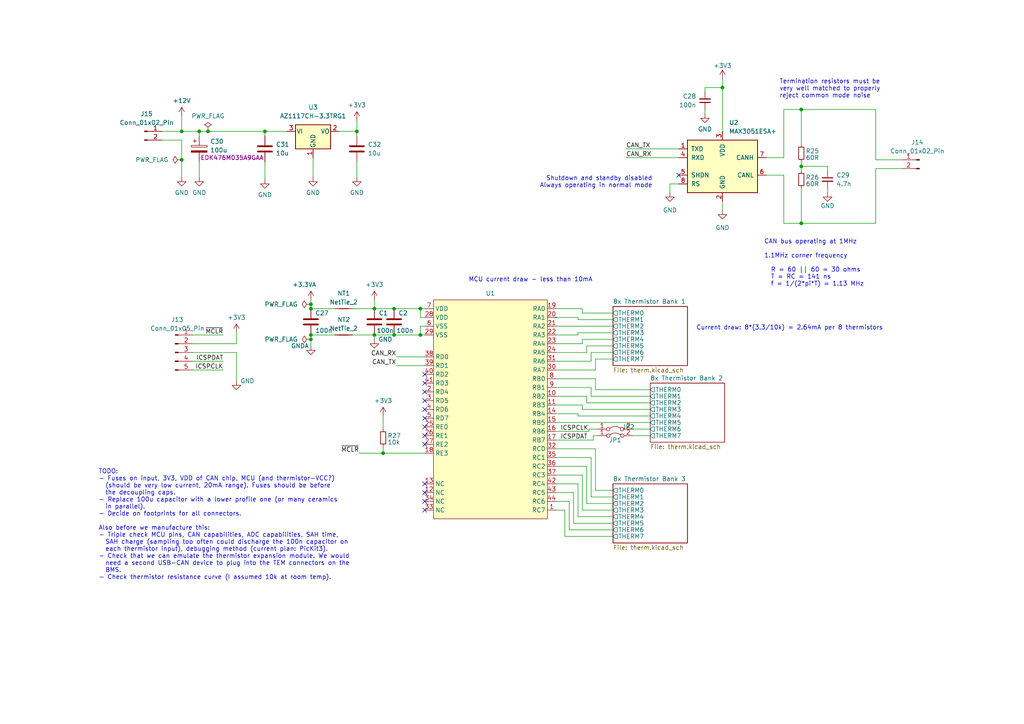
<source format=kicad_sch>
(kicad_sch (version 20230121) (generator eeschema)
  (paper "A4")
  (lib_symbols
    (symbol "Connector:Conn_01x02_Pin" (pin_names (offset 1.016) hide)
      (property "Reference" "J" (at 0 2.54 0))
      (property "Value" "Conn_01x02_Pin" (at 0 -5.08 0))
      (symbol "Conn_01x02_Pin_1_1"
        (polyline (pts (xy 1.27 -2.54) (xy 0.8636 -2.54)) (stroke (width 0.1524)))
        (polyline (pts (xy 1.27 0) (xy 0.8636 0)) (stroke (width 0.1524)))
        (rectangle (start 0.8636 -2.413) (end 0 -2.667) (stroke (width 0.1524)) (fill (type outline)))
        (rectangle (start 0.8636 0.127) (end 0 -0.127) (stroke (width 0.1524)) (fill (type outline)))
        (pin passive line (at 5.08 0 180) (length 3.81) (name "Pin_1") (number "1"))
        (pin passive line (at 5.08 -2.54 180) (length 3.81) (name "Pin_2") (number "2"))
      )
    )
    (symbol "Connector:Conn_01x05_Pin" (pin_names (offset 1.016) hide)
      (property "Reference" "J" (at 0 7.62 0))
      (property "Value" "Conn_01x05_Pin" (at 0 -7.62 0))
      (symbol "Conn_01x05_Pin_1_1"
        (polyline (pts (xy 1.27 -5.08) (xy 0.8636 -5.08)) (stroke (width 0.1524)))
        (polyline (pts (xy 1.27 -2.54) (xy 0.8636 -2.54)) (stroke (width 0.1524)))
        (polyline (pts (xy 1.27 0) (xy 0.8636 0)) (stroke (width 0.1524)))
        (polyline (pts (xy 1.27 2.54) (xy 0.8636 2.54)) (stroke (width 0.1524)))
        (polyline (pts (xy 1.27 5.08) (xy 0.8636 5.08)) (stroke (width 0.1524)))
        (rectangle (start 0.8636 -4.953) (end 0 -5.207) (stroke (width 0.1524)) (fill (type outline)))
        (rectangle (start 0.8636 -2.413) (end 0 -2.667) (stroke (width 0.1524)) (fill (type outline)))
        (rectangle (start 0.8636 0.127) (end 0 -0.127) (stroke (width 0.1524)) (fill (type outline)))
        (rectangle (start 0.8636 2.667) (end 0 2.413) (stroke (width 0.1524)) (fill (type outline)))
        (rectangle (start 0.8636 5.207) (end 0 4.953) (stroke (width 0.1524)) (fill (type outline)))
        (pin passive line (at 5.08 5.08 180) (length 3.81) (name "Pin_1") (number "1"))
        (pin passive line (at 5.08 2.54 180) (length 3.81) (name "Pin_2") (number "2"))
        (pin passive line (at 5.08 0 180) (length 3.81) (name "Pin_3") (number "3"))
        (pin passive line (at 5.08 -2.54 180) (length 3.81) (name "Pin_4") (number "4"))
        (pin passive line (at 5.08 -5.08 180) (length 3.81) (name "Pin_5") (number "5"))
      )
    )
    (symbol "Device:C" (pin_numbers hide) (pin_names (offset 0.254))
      (property "Reference" "C" (at 0.635 2.54 0))
      (property "Value" "C" (at 0.635 -2.54 0))
      (symbol "C_0_1"
        (polyline (pts (xy -2.032 -0.762) (xy 2.032 -0.762)) (stroke (width 0.508)))
        (polyline (pts (xy -2.032 0.762) (xy 2.032 0.762)) (stroke (width 0.508)))
      )
      (symbol "C_1_1"
        (pin passive line (at 0 3.81 270) (length 2.794) (name "~") (number "1"))
        (pin passive line (at 0 -3.81 90) (length 2.794) (name "~") (number "2"))
      )
    )
    (symbol "Device:C_Polarized" (pin_numbers hide) (pin_names (offset 0.254))
      (property "Reference" "C" (at 0.635 2.54 0))
      (property "Value" "C_Polarized" (at 0.635 -2.54 0))
      (symbol "C_Polarized_0_1"
        (rectangle (start -2.286 0.508) (end 2.286 1.016))
        (polyline (pts (xy -1.778 2.286) (xy -0.762 2.286)))
        (polyline (pts (xy -1.27 2.794) (xy -1.27 1.778)))
        (rectangle (start 2.286 -0.508) (end -2.286 -1.016) (fill (type outline)))
      )
      (symbol "C_Polarized_1_1"
        (pin passive line (at 0 3.81 270) (length 2.794) (name "~") (number "1"))
        (pin passive line (at 0 -3.81 90) (length 2.794) (name "~") (number "2"))
      )
    )
    (symbol "Device:C_Small" (pin_numbers hide) (pin_names (offset 0.254) hide)
      (property "Reference" "C" (at 0.254 1.778 0))
      (property "Value" "C_Small" (at 0.254 -2.032 0))
      (symbol "C_Small_0_1"
        (polyline (pts (xy -1.524 -0.508) (xy 1.524 -0.508)) (stroke (width 0.3302)))
        (polyline (pts (xy -1.524 0.508) (xy 1.524 0.508)) (stroke (width 0.3048)))
      )
      (symbol "C_Small_1_1"
        (pin passive line (at 0 2.54 270) (length 2.032) (name "~") (number "1"))
        (pin passive line (at 0 -2.54 90) (length 2.032) (name "~") (number "2"))
      )
    )
    (symbol "Device:NetTie_2" (pin_numbers hide) (pin_names (offset 0) hide) (in_bom no)
      (property "Reference" "NT" (at 0 1.27 0))
      (property "Value" "NetTie_2" (at 0 -1.27 0))
      (symbol "NetTie_2_0_1"
        (polyline (pts (xy -1.27 0) (xy 1.27 0)) (stroke (width 0.254)))
      )
      (symbol "NetTie_2_1_1"
        (pin passive line (at -2.54 0 0) (length 2.54) (name "1") (number "1"))
        (pin passive line (at 2.54 0 180) (length 2.54) (name "2") (number "2"))
      )
    )
    (symbol "Device:R_Small" (pin_numbers hide) (pin_names (offset 0.254) hide)
      (property "Reference" "R" (at 0.762 0.508 0))
      (property "Value" "R_Small" (at 0.762 -1.016 0))
      (symbol "R_Small_0_1"
        (rectangle (start -0.762 1.778) (end 0.762 -1.778) (stroke (width 0.2032)))
      )
      (symbol "R_Small_1_1"
        (pin passive line (at 0 2.54 270) (length 0.762) (name "~") (number "1"))
        (pin passive line (at 0 -2.54 90) (length 0.762) (name "~") (number "2"))
      )
    )
    (symbol "Interface_UART:MAX3051" (pin_names (offset 1.016))
      (property "Reference" "U" (at -10.16 8.89 0))
      (property "Value" "MAX3051" (at 2.54 8.89 0))
      (symbol "MAX3051_0_1"
        (rectangle (start -10.16 7.62) (end 10.16 -7.62) (stroke (width 0.254)) (fill (type background)))
      )
      (symbol "MAX3051_1_1"
        (pin input line (at -12.7 5.08 0) (length 2.54) (name "TXD") (number "1"))
        (pin power_in line (at 0 -10.16 90) (length 2.54) (name "GND") (number "2"))
        (pin power_in line (at 0 10.16 270) (length 2.54) (name "VDD") (number "3"))
        (pin output line (at -12.7 2.54 0) (length 2.54) (name "RXD") (number "4"))
        (pin input line (at -12.7 -2.54 0) (length 2.54) (name "SHDN") (number "5"))
        (pin bidirectional line (at 12.7 -2.54 180) (length 2.54) (name "CANL") (number "6"))
        (pin bidirectional line (at 12.7 2.54 180) (length 2.54) (name "CANH") (number "7"))
        (pin input line (at -12.7 -5.08 0) (length 2.54) (name "RS") (number "8"))
      )
    )
    (symbol "Jumper:Jumper_2_Bridged" (pin_names (offset 0) hide)
      (property "Reference" "JP" (at 0 1.905 0))
      (property "Value" "Jumper_2_Bridged" (at 0 -2.54 0))
      (symbol "Jumper_2_Bridged_0_0"
        (circle (center -2.032 0) (radius 0.508))
        (circle (center 2.032 0) (radius 0.508))
      )
      (symbol "Jumper_2_Bridged_0_1"
        (arc (start 1.524 0.254) (mid 0 0.762) (end -1.524 0.254))
      )
      (symbol "Jumper_2_Bridged_1_1"
        (pin passive line (at -5.08 0 0) (length 2.54) (name "A") (number "1"))
        (pin passive line (at 5.08 0 180) (length 2.54) (name "B") (number "2"))
      )
    )
    (symbol "Regulator_Linear:AZ1117-3.3" (pin_names (offset 0.254))
      (property "Reference" "U" (at -3.81 3.175 0))
      (property "Value" "AZ1117-3.3" (at 0 3.175 0))
      (symbol "AZ1117-3.3_0_1"
        (rectangle (start -5.08 1.905) (end 5.08 -5.08) (stroke (width 0.254)) (fill (type background)))
      )
      (symbol "AZ1117-3.3_1_1"
        (pin power_in line (at 0 -7.62 90) (length 2.54) (name "GND") (number "1"))
        (pin power_out line (at 7.62 0 180) (length 2.54) (name "VO") (number "2"))
        (pin power_in line (at -7.62 0 0) (length 2.54) (name "VI") (number "3"))
      )
    )
    (symbol "SUFST:PIC18F47Q84-I/PT"
      (property "Reference" "U" (at -19.05 26.67 0))
      (symbol "PIC18F47Q84-I/PT_0_0"
        (pin bidirectional line (at -19.05 -29.21 0) (length 2.54) (name "RC7") (number "1"))
        (pin bidirectional line (at -19.05 3.81 0) (length 2.54) (name "RB2") (number "10"))
        (pin bidirectional line (at -19.05 1.27 0) (length 2.54) (name "RB3") (number "11"))
        (pin passive line (at 19.05 -24.13 180) (length 2.54) (name "NC") (number "12"))
        (pin passive line (at 19.05 -21.59 180) (length 2.54) (name "NC") (number "13"))
        (pin bidirectional line (at -19.05 -1.27 0) (length 2.54) (name "RB4") (number "14"))
        (pin bidirectional line (at -19.05 -3.81 0) (length 2.54) (name "RB5") (number "15"))
        (pin bidirectional line (at -19.05 -6.35 0) (length 2.54) (name "RB6") (number "16"))
        (pin bidirectional line (at -19.05 -8.89 0) (length 2.54) (name "RB7") (number "17"))
        (pin bidirectional line (at 19.05 -12.7 180) (length 2.54) (name "RE3") (number "18"))
        (pin bidirectional line (at -19.05 29.21 0) (length 2.54) (name "RA0") (number "19"))
        (pin bidirectional line (at 19.05 5.08 180) (length 2.54) (name "RD4") (number "2"))
        (pin bidirectional line (at -19.05 26.67 0) (length 2.54) (name "RA1") (number "20"))
        (pin bidirectional line (at -19.05 24.13 0) (length 2.54) (name "RA2") (number "21"))
        (pin bidirectional line (at -19.05 21.59 0) (length 2.54) (name "RA3") (number "22"))
        (pin bidirectional line (at -19.05 19.05 0) (length 2.54) (name "RA4") (number "23"))
        (pin bidirectional line (at -19.05 16.51 0) (length 2.54) (name "RA5") (number "24"))
        (pin bidirectional line (at 19.05 -5.08 180) (length 2.54) (name "RE0") (number "25"))
        (pin bidirectional line (at 19.05 -7.62 180) (length 2.54) (name "RE1") (number "26"))
        (pin bidirectional line (at 19.05 -10.16 180) (length 2.54) (name "RE2") (number "27"))
        (pin power_in line (at 19.05 26.67 180) (length 2.54) (name "VDD") (number "28"))
        (pin power_in line (at 19.05 21.59 180) (length 2.54) (name "VSS") (number "29"))
        (pin bidirectional line (at 19.05 2.54 180) (length 2.54) (name "RD5") (number "3"))
        (pin bidirectional line (at -19.05 11.43 0) (length 2.54) (name "RA7") (number "30"))
        (pin bidirectional line (at -19.05 13.97 0) (length 2.54) (name "RA6") (number "31"))
        (pin bidirectional line (at -19.05 -11.43 0) (length 2.54) (name "RC0") (number "32"))
        (pin passive line (at 19.05 -29.21 180) (length 2.54) (name "NC") (number "33"))
        (pin passive line (at 19.05 -26.67 180) (length 2.54) (name "NC") (number "34"))
        (pin bidirectional line (at -19.05 -13.97 0) (length 2.54) (name "RC1") (number "35"))
        (pin bidirectional line (at -19.05 -16.51 0) (length 2.54) (name "RC2") (number "36"))
        (pin bidirectional line (at -19.05 -19.05 0) (length 2.54) (name "RC3") (number "37"))
        (pin bidirectional line (at 19.05 15.24 180) (length 2.54) (name "RD0") (number "38"))
        (pin bidirectional line (at 19.05 12.7 180) (length 2.54) (name "RD1") (number "39"))
        (pin bidirectional line (at 19.05 0 180) (length 2.54) (name "RD6") (number "4"))
        (pin bidirectional line (at 19.05 10.16 180) (length 2.54) (name "RD2") (number "40"))
        (pin bidirectional line (at 19.05 7.62 180) (length 2.54) (name "RD3") (number "41"))
        (pin bidirectional line (at -19.05 -21.59 0) (length 2.54) (name "RC4") (number "42"))
        (pin bidirectional line (at -19.05 -24.13 0) (length 2.54) (name "RC5") (number "43"))
        (pin bidirectional line (at -19.05 -26.67 0) (length 2.54) (name "RC6") (number "44"))
        (pin bidirectional line (at 19.05 -2.54 180) (length 2.54) (name "RD7") (number "5"))
        (pin power_in line (at 19.05 24.13 180) (length 2.54) (name "VSS") (number "6"))
        (pin power_in line (at 19.05 29.21 180) (length 2.54) (name "VDD") (number "7"))
        (pin bidirectional line (at -19.05 8.89 0) (length 2.54) (name "RB0") (number "8"))
        (pin bidirectional line (at -19.05 6.35 0) (length 2.54) (name "RB1") (number "9"))
      )
      (symbol "PIC18F47Q84-I/PT_1_1"
        (rectangle (start -16.51 31.75) (end 16.51 -31.75) (fill (type background)))
      )
    )
    (symbol "power:+12V" (power) (pin_names (offset 0))
      (property "Value" "+12V" (at 0 3.556 0))
      (symbol "+12V_0_1"
        (polyline (pts (xy -0.762 1.27) (xy 0 2.54)))
        (polyline (pts (xy 0 0) (xy 0 2.54)))
        (polyline (pts (xy 0 2.54) (xy 0.762 1.27)))
      )
      (symbol "+12V_1_1"
        (pin power_in line (at 0 0 90) (length 0) hide (name "+12V") (number "1"))
      )
    )
    (symbol "power:+3.3VA" (power) (pin_names (offset 0))
      (property "Value" "+3.3VA" (at 0 3.556 0))
      (symbol "+3.3VA_0_1"
        (polyline (pts (xy -0.762 1.27) (xy 0 2.54)))
        (polyline (pts (xy 0 0) (xy 0 2.54)))
        (polyline (pts (xy 0 2.54) (xy 0.762 1.27)))
      )
      (symbol "+3.3VA_1_1"
        (pin power_in line (at 0 0 90) (length 0) hide (name "+3.3VA") (number "1"))
      )
    )
    (symbol "power:+3V3" (power) (pin_names (offset 0))
      (property "Value" "+3V3" (at 0 3.556 0))
      (symbol "+3V3_0_1"
        (polyline (pts (xy -0.762 1.27) (xy 0 2.54)))
        (polyline (pts (xy 0 0) (xy 0 2.54)))
        (polyline (pts (xy 0 2.54) (xy 0.762 1.27)))
      )
      (symbol "+3V3_1_1"
        (pin power_in line (at 0 0 90) (length 0) hide (name "+3V3") (number "1"))
      )
    )
    (symbol "power:GND" (power) (pin_names (offset 0))
      (property "Value" "GND" (at 0 -3.81 0))
      (symbol "GND_0_1"
        (polyline (pts (xy 0 0) (xy 0 -1.27) (xy 1.27 -1.27) (xy 0 -2.54) (xy -1.27 -1.27) (xy 0 -1.27)))
      )
      (symbol "GND_1_1"
        (pin power_in line (at 0 0 270) (length 0) hide (name "GND") (number "1"))
      )
    )
    (symbol "power:GNDA" (power) (pin_names (offset 0))
      (property "Value" "GNDA" (at 0 -3.81 0))
      (symbol "GNDA_0_1"
        (polyline (pts (xy 0 0) (xy 0 -1.27) (xy 1.27 -1.27) (xy 0 -2.54) (xy -1.27 -1.27) (xy 0 -1.27)))
      )
      (symbol "GNDA_1_1"
        (pin power_in line (at 0 0 270) (length 0) hide (name "GNDA") (number "1"))
      )
    )
    (symbol "power:PWR_FLAG" (power) (pin_numbers hide) (pin_names (offset 0) hide)
      (property "Value" "PWR_FLAG" (at 0 3.81 0))
      (symbol "PWR_FLAG_0_0"
        (pin power_out line (at 0 0 90) (length 0) (name "pwr") (number "1"))
      )
      (symbol "PWR_FLAG_0_1"
        (polyline (pts (xy 0 0) (xy 0 1.27) (xy -1.016 1.905) (xy 0 2.54) (xy 1.016 1.905) (xy 0 1.27)))
      )
    )
  )
  (junction (at 103.505 38.1))
  (junction (at 52.705 38.1))
  (junction (at 232.41 64.77))
  (junction (at 209.55 25.4))
  (junction (at 111.125 131.445))
  (junction (at 60.325 38.1))
  (junction (at 232.41 31.75))
  (junction (at 108.585 97.155))
  (junction (at 90.17 89.535))
  (junction (at 114.3 89.535))
  (junction (at 90.17 97.155))
  (junction (at 121.92 97.155))
  (junction (at 57.785 38.1))
  (junction (at 121.92 89.535))
  (junction (at 76.835 38.1))
  (junction (at 232.41 48.26))
  (junction (at 90.17 98.425))
  (junction (at 90.17 88.265))
  (junction (at 108.585 89.535))
  (junction (at 114.3 97.155))
  (junction (at 52.705 46.355))
  (no_connect (at 196.85 50.8))
  (no_connect (at 123.19 126.365))
  (no_connect (at 123.19 108.585))
  (no_connect (at 123.19 118.745))
  (no_connect (at 123.19 142.875))
  (no_connect (at 123.19 113.665))
  (no_connect (at 123.19 128.905))
  (no_connect (at 123.19 145.415))
  (no_connect (at 123.19 147.955))
  (no_connect (at 123.19 121.285))
  (no_connect (at 123.19 123.825))
  (no_connect (at 123.19 116.205))
  (no_connect (at 123.19 111.125))
  (no_connect (at 123.19 140.335))
  (wire (pts (xy 167.64 92.71) (xy 167.64 92.075)))
  (wire (pts (xy 161.29 94.615) (xy 177.8 94.615)))
  (wire (pts (xy 204.47 25.4) (xy 209.55 25.4)))
  (wire (pts (xy 161.29 109.855) (xy 172.72 109.855)))
  (wire (pts (xy 170.18 135.255) (xy 161.29 135.255)))
  (wire (pts (xy 121.92 94.615) (xy 121.92 97.155)))
  (wire (pts (xy 188.595 124.46) (xy 183.515 124.46)))
  (wire (pts (xy 111.125 129.54) (xy 111.125 131.445)))
  (wire (pts (xy 194.31 53.34) (xy 196.85 53.34)))
  (wire (pts (xy 227.33 45.72) (xy 227.33 31.75)))
  (wire (pts (xy 68.58 96.52) (xy 68.58 99.695)))
  (wire (pts (xy 172.72 142.24) (xy 172.72 130.175)))
  (wire (pts (xy 121.92 92.075) (xy 121.92 89.535)))
  (wire (pts (xy 123.19 92.075) (xy 121.92 92.075)))
  (wire (pts (xy 170.18 114.935) (xy 161.29 114.935)))
  (wire (pts (xy 46.99 38.1) (xy 52.705 38.1)))
  (wire (pts (xy 172.72 113.03) (xy 188.595 113.03)))
  (wire (pts (xy 165.1 153.67) (xy 177.8 153.67)))
  (wire (pts (xy 163.83 155.575) (xy 177.8 155.575)))
  (wire (pts (xy 240.03 49.53) (xy 240.03 48.26)))
  (wire (pts (xy 168.91 90.805) (xy 177.8 90.805)))
  (wire (pts (xy 188.595 116.84) (xy 170.18 116.84)))
  (wire (pts (xy 166.37 151.765) (xy 177.8 151.765)))
  (wire (pts (xy 172.72 109.855) (xy 172.72 113.03)))
  (wire (pts (xy 114.3 97.155) (xy 121.92 97.155)))
  (wire (pts (xy 121.92 97.155) (xy 123.19 97.155)))
  (wire (pts (xy 232.41 64.77) (xy 254 64.77)))
  (wire (pts (xy 161.29 132.715) (xy 171.45 132.715)))
  (wire (pts (xy 57.785 38.1) (xy 57.785 39.37)))
  (wire (pts (xy 232.41 46.99) (xy 232.41 48.26)))
  (wire (pts (xy 76.835 38.1) (xy 83.185 38.1)))
  (wire (pts (xy 52.705 46.355) (xy 52.705 51.435)))
  (wire (pts (xy 55.88 104.775) (xy 64.77 104.775)))
  (wire (pts (xy 172.72 107.315) (xy 172.72 104.14)))
  (wire (pts (xy 254 64.77) (xy 254 48.895)))
  (wire (pts (xy 172.085 127.635) (xy 172.085 126.365)))
  (wire (pts (xy 168.91 118.745) (xy 188.595 118.745)))
  (wire (pts (xy 165.1 153.67) (xy 165.1 145.415)))
  (wire (pts (xy 232.41 48.26) (xy 240.03 48.26)))
  (wire (pts (xy 108.585 97.155) (xy 114.3 97.155)))
  (wire (pts (xy 232.41 41.91) (xy 232.41 31.75)))
  (wire (pts (xy 161.29 89.535) (xy 168.91 89.535)))
  (wire (pts (xy 161.29 104.775) (xy 171.45 104.775)))
  (wire (pts (xy 170.815 125.095) (xy 161.29 125.095)))
  (wire (pts (xy 168.91 99.695) (xy 168.91 98.425)))
  (wire (pts (xy 227.33 64.77) (xy 232.41 64.77)))
  (wire (pts (xy 114.935 103.505) (xy 123.19 103.505)))
  (wire (pts (xy 172.085 126.365) (xy 173.355 126.365)))
  (wire (pts (xy 167.64 140.335) (xy 167.64 149.86)))
  (wire (pts (xy 161.29 130.175) (xy 172.72 130.175)))
  (wire (pts (xy 76.835 38.1) (xy 76.835 39.37)))
  (wire (pts (xy 55.88 99.695) (xy 68.58 99.695)))
  (wire (pts (xy 161.29 137.795) (xy 168.91 137.795)))
  (wire (pts (xy 204.47 26.67) (xy 204.47 25.4)))
  (wire (pts (xy 161.29 142.875) (xy 166.37 142.875)))
  (wire (pts (xy 171.45 102.235) (xy 177.8 102.235)))
  (wire (pts (xy 46.99 40.64) (xy 52.705 40.64)))
  (wire (pts (xy 167.64 149.86) (xy 177.8 149.86)))
  (wire (pts (xy 170.18 116.84) (xy 170.18 114.935)))
  (wire (pts (xy 108.585 97.155) (xy 102.235 97.155)))
  (wire (pts (xy 103.505 38.1) (xy 103.505 39.37)))
  (wire (pts (xy 171.45 112.395) (xy 161.29 112.395)))
  (wire (pts (xy 90.17 88.265) (xy 90.17 89.535)))
  (wire (pts (xy 121.92 89.535) (xy 123.19 89.535)))
  (wire (pts (xy 222.25 50.8) (xy 227.33 50.8)))
  (wire (pts (xy 188.595 114.935) (xy 171.45 114.935)))
  (wire (pts (xy 55.88 97.155) (xy 64.77 97.155)))
  (wire (pts (xy 161.29 127.635) (xy 172.085 127.635)))
  (wire (pts (xy 108.585 86.995) (xy 108.585 89.535)))
  (wire (pts (xy 55.88 107.315) (xy 64.77 107.315)))
  (wire (pts (xy 204.47 31.75) (xy 204.47 33.02)))
  (wire (pts (xy 108.585 89.535) (xy 114.3 89.535)))
  (wire (pts (xy 165.1 145.415) (xy 161.29 145.415)))
  (wire (pts (xy 168.91 89.535) (xy 168.91 90.805)))
  (wire (pts (xy 161.29 122.555) (xy 188.595 122.555)))
  (wire (pts (xy 168.91 147.955) (xy 168.91 137.795)))
  (wire (pts (xy 163.83 155.575) (xy 163.83 147.955)))
  (wire (pts (xy 254 31.75) (xy 254 46.355)))
  (wire (pts (xy 232.41 31.75) (xy 254 31.75)))
  (wire (pts (xy 254 46.355) (xy 261.62 46.355)))
  (wire (pts (xy 172.72 104.14) (xy 177.8 104.14)))
  (wire (pts (xy 170.815 124.46) (xy 170.815 125.095)))
  (wire (pts (xy 60.325 38.1) (xy 76.835 38.1)))
  (wire (pts (xy 114.3 89.535) (xy 121.92 89.535)))
  (wire (pts (xy 161.29 97.155) (xy 167.64 97.155)))
  (wire (pts (xy 161.29 92.075) (xy 167.64 92.075)))
  (wire (pts (xy 209.55 58.42) (xy 209.55 60.96)))
  (wire (pts (xy 232.41 48.26) (xy 232.41 49.53)))
  (wire (pts (xy 76.835 46.99) (xy 76.835 52.07)))
  (wire (pts (xy 90.17 98.425) (xy 90.17 100.33)))
  (wire (pts (xy 123.19 94.615) (xy 121.92 94.615)))
  (wire (pts (xy 227.33 50.8) (xy 227.33 64.77)))
  (wire (pts (xy 68.58 102.235) (xy 68.58 110.49)))
  (wire (pts (xy 254 48.895) (xy 261.62 48.895)))
  (wire (pts (xy 181.61 43.18) (xy 196.85 43.18)))
  (wire (pts (xy 168.91 98.425) (xy 177.8 98.425)))
  (wire (pts (xy 111.125 120.65) (xy 111.125 124.46)))
  (wire (pts (xy 172.72 142.24) (xy 177.8 142.24)))
  (wire (pts (xy 97.155 97.155) (xy 90.17 97.155)))
  (wire (pts (xy 170.18 102.235) (xy 170.18 100.33)))
  (wire (pts (xy 167.64 92.71) (xy 177.8 92.71)))
  (wire (pts (xy 161.29 99.695) (xy 168.91 99.695)))
  (wire (pts (xy 90.805 45.72) (xy 90.805 51.435)))
  (wire (pts (xy 90.17 97.155) (xy 90.17 98.425)))
  (wire (pts (xy 55.88 102.235) (xy 68.58 102.235)))
  (wire (pts (xy 232.41 54.61) (xy 232.41 64.77)))
  (wire (pts (xy 161.29 102.235) (xy 170.18 102.235)))
  (wire (pts (xy 170.18 146.05) (xy 170.18 135.255)))
  (wire (pts (xy 170.18 146.05) (xy 177.8 146.05)))
  (wire (pts (xy 171.45 114.935) (xy 171.45 112.395)))
  (wire (pts (xy 161.29 140.335) (xy 167.64 140.335)))
  (wire (pts (xy 103.505 34.925) (xy 103.505 38.1)))
  (wire (pts (xy 52.705 38.1) (xy 57.785 38.1)))
  (wire (pts (xy 104.14 131.445) (xy 111.125 131.445)))
  (wire (pts (xy 161.29 107.315) (xy 172.72 107.315)))
  (wire (pts (xy 188.595 120.65) (xy 167.64 120.65)))
  (wire (pts (xy 181.61 45.72) (xy 196.85 45.72)))
  (wire (pts (xy 161.29 117.475) (xy 168.91 117.475)))
  (wire (pts (xy 171.45 104.775) (xy 171.45 102.235)))
  (wire (pts (xy 194.31 55.88) (xy 194.31 53.34)))
  (wire (pts (xy 111.125 131.445) (xy 123.19 131.445)))
  (wire (pts (xy 240.03 54.61) (xy 240.03 55.88)))
  (wire (pts (xy 102.235 89.535) (xy 108.585 89.535)))
  (wire (pts (xy 173.355 124.46) (xy 170.815 124.46)))
  (wire (pts (xy 52.705 33.655) (xy 52.705 38.1)))
  (wire (pts (xy 222.25 45.72) (xy 227.33 45.72)))
  (wire (pts (xy 103.505 46.99) (xy 103.505 51.435)))
  (wire (pts (xy 57.785 46.99) (xy 57.785 51.435)))
  (wire (pts (xy 167.64 97.155) (xy 167.64 96.52)))
  (wire (pts (xy 161.29 147.955) (xy 163.83 147.955)))
  (wire (pts (xy 114.935 106.045) (xy 123.19 106.045)))
  (wire (pts (xy 170.18 100.33) (xy 177.8 100.33)))
  (wire (pts (xy 166.37 142.875) (xy 166.37 151.765)))
  (wire (pts (xy 171.45 132.715) (xy 171.45 144.145)))
  (wire (pts (xy 167.64 96.52) (xy 177.8 96.52)))
  (wire (pts (xy 90.17 86.995) (xy 90.17 88.265)))
  (wire (pts (xy 90.17 89.535) (xy 97.155 89.535)))
  (wire (pts (xy 227.33 31.75) (xy 232.41 31.75)))
  (wire (pts (xy 183.515 126.365) (xy 188.595 126.365)))
  (wire (pts (xy 168.91 117.475) (xy 168.91 118.745)))
  (wire (pts (xy 171.45 144.145) (xy 177.8 144.145)))
  (wire (pts (xy 52.705 40.64) (xy 52.705 46.355)))
  (wire (pts (xy 108.585 97.155) (xy 108.585 98.425)))
  (wire (pts (xy 98.425 38.1) (xy 103.505 38.1)))
  (wire (pts (xy 167.64 120.65) (xy 167.64 120.015)))
  (wire (pts (xy 177.8 147.955) (xy 168.91 147.955)))
  (wire (pts (xy 209.55 25.4) (xy 209.55 38.1)))
  (wire (pts (xy 57.785 38.1) (xy 60.325 38.1)))
  (wire (pts (xy 167.64 120.015) (xy 161.29 120.015)))
  (wire (pts (xy 209.55 22.86) (xy 209.55 25.4)))
  (text "MCU current draw - less than 10mA" (at 135.89 81.915 0) (effects (font (size 1.27 1.27)) (justify left bottom)))
  (text "Shutdown and standby disabled\nAlways operating in normal mode" (at 189.23 54.61 0) (effects (font (size 1.27 1.27)) (justify right bottom)))
  (text "Current draw: 8*(3.3/10k) = 2.64mA per 8 thermistors" (at 201.93 95.885 0) (effects (font (size 1.27 1.27)) (justify left bottom)))
  (text "TODO:\n- Fuses on input, 3V3, VDD of CAN chip, MCU (and thermistor-VCC?)\n  (should be very low current, 20mA range). Fuses should be before\n  the decoupling caps.\n- Replace 100u capacitor with a lower profile one (or many ceramics\n  in parallel).\n- Decide on footprints for all connectors.\n\nAlso before we manufacture this:\n- Triple check MCU pins, CAN capabilities, ADC capabilities, SAH time,\n  SAH charge (sampling too often could discharge the 100n capacitor on\n  each thermistor input), debugging method (current plan: PicKit3).\n- Check that we can emulate the thermistor expansion module. We would\n  need a second USB-CAN device to plug into the TEM connectors on the\n  BMS.\n- Check thermistor resistance curve (I assumed 10k at room temp)." (at 28.575 168.275 0) (effects (font (size 1.27 1.27)) (justify left bottom)))
  (text "CAN bus operating at 1MHz\n\n1.1MHz corner frequency\n\n  R = 60 || 60 = 30 ohms\n  T = RC = 141 ns\n  f = 1/(2*pi*T) = 1.13 MHz\n" (at 221.615 83.185 0) (effects (font (size 1.27 1.27)) (justify left bottom)))
  (text "Termination resistors must be \nvery well matched to properly \nreject common mode noise" (at 226.06 28.575 0) (effects (font (size 1.27 1.27)) (justify left bottom)))
  (label "CAN_RX" (at 181.61 45.72 0))
  (label "ICSPDAT" (at 162.56 127.635 0))
  (label "~{MCLR}" (at 64.77 97.155 180))
  (label "CAN_RX" (at 114.935 103.505 180))
  (label "CAN_TX" (at 181.61 43.18 0))
  (label "ICSPDAT" (at 64.77 104.775 180))
  (label "~{MCLR}" (at 104.14 131.445 180))
  (label "ICSPCLK" (at 64.77 107.315 180))
  (label "CAN_TX" (at 114.935 106.045 180))
  (label "ICSPCLK" (at 162.56 125.095 0))
  (symbol (lib_id "Device:R_Small") (at 232.41 44.45 180) (unit 1)
    (property "Reference" "R25" (at 233.68 43.815 0) (effects (justify right)))
    (property "Value" "60R" (at 233.68 45.72 0) (effects (justify right)))
    (property "Footprint" "Resistor_SMD:R_0805_2012Metric_Pad1.20x1.40mm_HandSolder" (effects hide))
    (property "Datasheet" "https://www.mouser.co.uk/datasheet/2/427/dcrcwife3-1761849.pdf" (effects hide))
    (property "Optional" "True" (effects hide))
    (property "Supplier" "Mouser" (effects hide))
  )
  (symbol (lib_id "Device:C") (at 108.585 93.345 0) (unit 1)
    (property "Reference" "C1" (at 109.855 90.805 0) (effects (justify left)))
    (property "Value" "100n" (at 109.22 95.885 0) (effects (justify left)))
    (property "Footprint" "Capacitor_SMD:C_0805_2012Metric_Pad1.18x1.45mm_HandSolder" (effects hide))
  )
  (symbol (lib_id "power:+3V3") (at 68.58 96.52 0) (unit 1)
    (property "Reference" "#PWR066" (effects hide))
    (property "Value" "+3V3" (at 68.58 92.075 0))
  )
  (symbol (lib_id "Device:NetTie_2") (at 99.695 97.155 0) (unit 1) (in_bom no)
    (property "Reference" "NT2" (at 99.695 92.71 0))
    (property "Value" "NetTie_2" (at 99.695 95.25 0))
    (property "Footprint" "Resistor_SMD:R_0805_2012Metric_Pad1.20x1.40mm_HandSolder" (effects hide))
  )
  (symbol (lib_id "power:PWR_FLAG") (at 52.705 46.355 90) (unit 1)
    (property "Reference" "#FLG03" (effects hide))
    (property "Value" "PWR_FLAG" (at 48.895 46.355 90) (effects (justify left)))
  )
  (symbol (lib_id "power:GND") (at 240.03 55.88 0) (unit 1)
    (property "Reference" "#PWR071" (effects hide))
    (property "Value" "GND" (at 240.03 59.69 0))
  )
  (symbol (lib_id "power:+3V3") (at 108.585 86.995 0) (unit 1)
    (property "Reference" "#PWR01" (effects hide))
    (property "Value" "+3V3" (at 108.585 82.55 0))
  )
  (symbol (lib_id "power:GND") (at 103.505 51.435 0) (unit 1)
    (property "Reference" "#PWR077" (effects hide))
    (property "Value" "GND" (at 103.505 55.88 0))
  )
  (symbol (lib_id "power:GND") (at 108.585 98.425 0) (unit 1)
    (property "Reference" "#PWR02" (effects hide))
    (property "Value" "GND" (at 111.76 98.425 0))
  )
  (symbol (lib_id "power:PWR_FLAG") (at 90.17 98.425 90) (unit 1)
    (property "Reference" "#FLG05" (effects hide))
    (property "Value" "PWR_FLAG" (at 86.36 98.425 90) (effects (justify left)))
  )
  (symbol (lib_id "power:+12V") (at 52.705 33.655 0) (unit 1)
    (property "Reference" "#PWR073" (effects hide))
    (property "Value" "+12V" (at 52.705 29.21 0))
  )
  (symbol (lib_id "Device:C") (at 103.505 43.18 0) (unit 1)
    (property "Reference" "C32" (at 106.68 41.91 0) (effects (justify left)))
    (property "Value" "10u" (at 106.68 44.45 0) (effects (justify left)))
    (property "Footprint" "Capacitor_SMD:C_0805_2012Metric_Pad1.18x1.45mm_HandSolder" (effects hide))
  )
  (symbol (lib_id "power:+3V3") (at 103.505 34.925 0) (unit 1)
    (property "Reference" "#PWR078" (effects hide))
    (property "Value" "+3V3" (at 103.505 30.48 0))
  )
  (symbol (lib_id "power:GND") (at 209.55 60.96 0) (unit 1)
    (property "Reference" "#PWR070" (effects hide))
    (property "Value" "GND" (at 209.55 66.04 0))
  )
  (symbol (lib_id "Regulator_Linear:AZ1117-3.3") (at 90.805 38.1 0) (unit 1)
    (property "Reference" "U3" (at 90.805 31.115 0))
    (property "Value" "AZ1117CH-3.3TRG1" (at 90.805 33.655 0))
    (property "Footprint" "Package_TO_SOT_SMD:SOT-223-3_TabPin2" (effects hide))
  )
  (symbol (lib_id "Device:C") (at 90.17 93.345 0) (unit 1)
    (property "Reference" "C27" (at 91.44 90.805 0) (effects (justify left)))
    (property "Value" "100n" (at 91.44 95.885 0) (effects (justify left)))
    (property "Footprint" "Capacitor_SMD:C_0805_2012Metric_Pad1.18x1.45mm_HandSolder" (effects hide))
  )
  (symbol (lib_id "SUFST:PIC18F47Q84-I/PT") (at 142.24 118.745 0) (mirror y) (unit 1)
    (property "Reference" "U1" (at 142.24 85.09 0))
    (property "Value" "~" (at 161.29 92.075 0))
    (property "Footprint" "Package_QFP:TQFP-44_10x10mm_P0.8mm" (effects hide))
  )
  (symbol (lib_id "power:GND") (at 52.705 51.435 0) (unit 1)
    (property "Reference" "#PWR072" (effects hide))
    (property "Value" "GND" (at 52.705 55.88 0))
  )
  (symbol (lib_id "power:GND") (at 90.805 51.435 0) (unit 1)
    (property "Reference" "#PWR074" (effects hide))
    (property "Value" "GND" (at 90.805 55.88 0))
  )
  (symbol (lib_id "Device:C_Polarized") (at 57.785 43.18 0) (unit 1)
    (property "Reference" "C30" (at 60.96 41.021 0) (effects (justify left)))
    (property "Value" "100u" (at 60.96 43.561 0) (effects (justify left)))
    (property "Footprint" "Capacitor_SMD:CP_Elec_6.3x5.4" (effects hide))
    (property "Part" "EDK476M035A9GAA" (at 67.31 45.72 0))
  )
  (symbol (lib_id "Device:C") (at 76.835 43.18 0) (unit 1)
    (property "Reference" "C31" (at 80.01 41.91 0) (effects (justify left)))
    (property "Value" "10u" (at 80.01 44.45 0) (effects (justify left)))
    (property "Footprint" "Capacitor_SMD:C_0805_2012Metric_Pad1.18x1.45mm_HandSolder" (effects hide))
  )
  (symbol (lib_id "Connector:Conn_01x05_Pin") (at 50.8 102.235 0) (unit 1)
    (property "Reference" "J13" (at 51.435 92.71 0))
    (property "Value" "Conn_01x05_Pin" (at 51.435 95.25 0))
    (property "Footprint" "Connector_PinHeader_2.54mm:PinHeader_1x05_P2.54mm_Vertical_SMD_Pin1Left" (effects hide))
  )
  (symbol (lib_id "Connector:Conn_01x02_Pin") (at 41.91 38.1 0) (unit 1)
    (property "Reference" "J15" (at 42.545 33.02 0))
    (property "Value" "Conn_01x02_Pin" (at 42.545 35.56 0))
    (property "Footprint" "sufst-lib:Power_SMD" (effects hide))
  )
  (symbol (lib_id "Jumper:Jumper_2_Bridged") (at 178.435 124.46 0) (unit 1)
    (property "Reference" "JP2" (at 182.245 123.825 0))
    (property "Value" "Jumper_2_Bridged" (effects hide))
    (property "Footprint" "Connector_PinHeader_2.54mm:PinHeader_1x02_P2.54mm_Vertical_SMD_Pin1Left" (effects hide))
  )
  (symbol (lib_id "power:+3.3VA") (at 90.17 86.995 0) (unit 1)
    (property "Reference" "#PWR064" (effects hide))
    (property "Value" "+3.3VA" (at 88.265 82.55 0))
  )
  (symbol (lib_id "power:GND") (at 57.785 51.435 0) (unit 1)
    (property "Reference" "#PWR075" (effects hide))
    (property "Value" "GND" (at 57.785 55.88 0))
  )
  (symbol (lib_id "Device:R_Small") (at 232.41 52.07 180) (unit 1)
    (property "Reference" "R26" (at 233.68 51.435 0) (effects (justify right)))
    (property "Value" "60R" (at 233.68 53.34 0) (effects (justify right)))
    (property "Footprint" "Resistor_SMD:R_0805_2012Metric_Pad1.20x1.40mm_HandSolder" (effects hide))
    (property "Datasheet" "https://www.mouser.co.uk/datasheet/2/427/dcrcwife3-1761849.pdf" (effects hide))
    (property "Optional" "True" (effects hide))
    (property "Supplier" "Mouser" (effects hide))
  )
  (symbol (lib_id "Device:NetTie_2") (at 99.695 89.535 0) (unit 1) (in_bom no)
    (property "Reference" "NT1" (at 99.695 85.09 0))
    (property "Value" "NetTie_2" (at 99.695 87.63 0))
    (property "Footprint" "Resistor_SMD:R_0805_2012Metric_Pad1.20x1.40mm_HandSolder" (effects hide))
  )
  (symbol (lib_id "Device:C_Small") (at 240.03 52.07 0) (unit 1)
    (property "Reference" "C29" (at 242.57 50.8062 0) (effects (justify left)))
    (property "Value" "4.7n" (at 242.57 53.3462 0) (effects (justify left)))
    (property "Footprint" "Capacitor_SMD:C_0805_2012Metric_Pad1.18x1.45mm_HandSolder" (effects hide))
    (property "Datasheet" "https://www.mouser.co.uk/datasheet/2/212/1/KEM_C1076_X7R_HV_AUTO_SMD-1093301.pdf" (effects hide))
    (property "Optional" "True" (effects hide))
    (property "Order Code" "80-C0805C472KBRAUTO" (effects hide))
    (property "Supplier" "Mouser" (effects hide))
  )
  (symbol (lib_id "Device:R_Small") (at 111.125 127 180) (unit 1)
    (property "Reference" "R27" (at 112.395 126.365 0) (effects (justify right)))
    (property "Value" "10k" (at 112.395 128.27 0) (effects (justify right)))
    (property "Footprint" "Resistor_SMD:R_0805_2012Metric_Pad1.20x1.40mm_HandSolder" (effects hide))
    (property "Datasheet" "https://www.mouser.co.uk/datasheet/2/427/dcrcwife3-1761849.pdf" (effects hide))
    (property "Optional" "True" (effects hide))
    (property "Supplier" "Mouser" (effects hide))
  )
  (symbol (lib_id "power:+3V3") (at 209.55 22.86 0) (unit 1)
    (property "Reference" "#PWR069" (effects hide))
    (property "Value" "+3V3" (at 209.55 19.05 0))
  )
  (symbol (lib_id "power:GND") (at 204.47 33.02 0) (mirror y) (unit 1)
    (property "Reference" "#PWR068" (effects hide))
    (property "Value" "GND" (at 204.47 37.465 0))
  )
  (symbol (lib_id "Device:C") (at 114.3 93.345 0) (unit 1)
    (property "Reference" "C2" (at 115.57 90.805 0) (effects (justify left)))
    (property "Value" "100n" (at 114.935 95.885 0) (effects (justify left)))
    (property "Footprint" "Capacitor_SMD:C_0805_2012Metric_Pad1.18x1.45mm_HandSolder" (effects hide))
  )
  (symbol (lib_id "Jumper:Jumper_2_Bridged") (at 178.435 126.365 0) (unit 1)
    (property "Reference" "JP1" (at 178.435 127.635 0))
    (property "Value" "Jumper_2_Bridged" (effects hide))
    (property "Footprint" "Connector_PinHeader_2.54mm:PinHeader_1x02_P2.54mm_Vertical_SMD_Pin1Left" (effects hide))
  )
  (symbol (lib_id "power:GND") (at 68.58 110.49 0) (unit 1)
    (property "Reference" "#PWR065" (effects hide))
    (property "Value" "GND" (at 71.755 110.49 0))
  )
  (symbol (lib_id "Connector:Conn_01x02_Pin") (at 266.7 46.355 0) (mirror y) (unit 1)
    (property "Reference" "J14" (at 266.065 41.275 0))
    (property "Value" "Conn_01x02_Pin" (at 266.065 43.815 0))
    (property "Footprint" "sufst-lib:CAN_SMD" (effects hide))
  )
  (symbol (lib_id "power:PWR_FLAG") (at 60.325 38.1 0) (unit 1)
    (property "Reference" "#FLG01" (effects hide))
    (property "Value" "PWR_FLAG" (at 60.325 33.655 0))
  )
  (symbol (lib_id "power:+3V3") (at 111.125 120.65 0) (unit 1)
    (property "Reference" "#PWR079" (effects hide))
    (property "Value" "+3V3" (at 111.125 116.205 0))
  )
  (symbol (lib_id "power:GND") (at 76.835 52.07 0) (unit 1)
    (property "Reference" "#PWR076" (effects hide))
    (property "Value" "GND" (at 76.835 56.515 0))
  )
  (symbol (lib_id "power:PWR_FLAG") (at 90.17 88.265 90) (unit 1)
    (property "Reference" "#FLG02" (effects hide))
    (property "Value" "PWR_FLAG" (at 86.36 88.265 90) (effects (justify left)))
  )
  (symbol (lib_id "Interface_UART:MAX3051") (at 209.55 48.26 0) (unit 1)
    (property "Reference" "U2" (at 211.455 35.56 0) (effects (justify left)))
    (property "Value" "MAX3051ESA+" (at 211.455 38.1 0) (effects (justify left)))
    (property "Footprint" "Package_SO:SOIC-8_3.9x4.9mm_P1.27mm" (effects hide))
    (property "Datasheet" "http://datasheets.maximintegrated.com/en/ds/MAX3051.pdf" (effects hide))
    (property "Supplier" "Mouser" (effects hide))
    (property "Order Code" "700-MAX3051ESA" (effects hide))
    (property "Optional" "False" (effects hide))
  )
  (symbol (lib_id "Device:C_Small") (at 204.47 29.21 0) (mirror x) (unit 1)
    (property "Reference" "C28" (at 201.93 27.9335 0) (effects (justify right)))
    (property "Value" "100n" (at 201.93 30.4735 0) (effects (justify right)))
    (property "Footprint" "Capacitor_SMD:C_0805_2012Metric_Pad1.18x1.45mm_HandSolder" (effects hide))
    (property "Datasheet" "https://www.mouser.co.uk/datasheet/2/212/KEM_C1002_X7R_SMD-1102033.pdf" (effects hide))
    (property "Optional" "False" (effects hide))
    (property "Order Code" "80-C0805C104K5RACLR" (effects hide))
    (property "Supplier" "Mouser" (effects hide))
  )
  (symbol (lib_id "power:GNDA") (at 90.17 100.33 0) (unit 1)
    (property "Reference" "#PWR063" (effects hide))
    (property "Value" "GNDA" (at 86.995 100.33 0))
  )
  (symbol (lib_id "power:GND") (at 194.31 55.88 0) (unit 1)
    (property "Reference" "#PWR067" (effects hide))
    (property "Value" "GND" (at 194.31 60.96 0))
  )
  (sheet (at 177.8 140.335) (size 21.59 17.145) (stroke (width 0.1524))
    (property "Sheetname" "8x Thermistor Bank 3" (at 177.8 139.6234 0) (effects (justify left bottom)))
    (property "Sheetfile" "therm.kicad_sch" (at 177.8 158.0646 0) (effects (justify left top)))
    (pin "THERM6" output (at 177.8 153.67 180))
    (pin "THERM7" output (at 177.8 155.575 180))
    (pin "THERM4" output (at 177.8 149.86 180))
    (pin "THERM5" output (at 177.8 151.765 180))
    (pin "THERM2" output (at 177.8 146.05 180))
    (pin "THERM3" output (at 177.8 147.955 180))
    (pin "THERM1" output (at 177.8 144.145 180))
    (pin "THERM0" output (at 177.8 142.24 180))
  )
  (sheet (at 177.8 88.9) (size 21.59 17.145) (stroke (width 0.1524))
    (property "Sheetname" "8x Thermistor Bank 1" (at 177.8 88.1884 0) (effects (justify left bottom)))
    (property "Sheetfile" "therm.kicad_sch" (at 177.8 106.6296 0) (effects (justify left top)))
    (pin "THERM6" output (at 177.8 102.235 180))
    (pin "THERM7" output (at 177.8 104.14 180))
    (pin "THERM4" output (at 177.8 98.425 180))
    (pin "THERM5" output (at 177.8 100.33 180))
    (pin "THERM2" output (at 177.8 94.615 180))
    (pin "THERM3" output (at 177.8 96.52 180))
    (pin "THERM1" output (at 177.8 92.71 180))
    (pin "THERM0" output (at 177.8 90.805 180))
  )
  (sheet (at 188.595 111.125) (size 21.59 17.145) (stroke (width 0.1524))
    (property "Sheetname" "8x Thermistor Bank 2" (at 188.595 110.4134 0) (effects (justify left bottom)))
    (property "Sheetfile" "therm.kicad_sch" (at 188.595 128.8546 0) (effects (justify left top)))
    (pin "THERM6" output (at 188.595 124.46 180))
    (pin "THERM7" output (at 188.595 126.365 180))
    (pin "THERM4" output (at 188.595 120.65 180))
    (pin "THERM5" output (at 188.595 122.555 180))
    (pin "THERM2" output (at 188.595 116.84 180))
    (pin "THERM3" output (at 188.595 118.745 180))
    (pin "THERM1" output (at 188.595 114.935 180))
    (pin "THERM0" output (at 188.595 113.03 180))
  )
)
</source>
